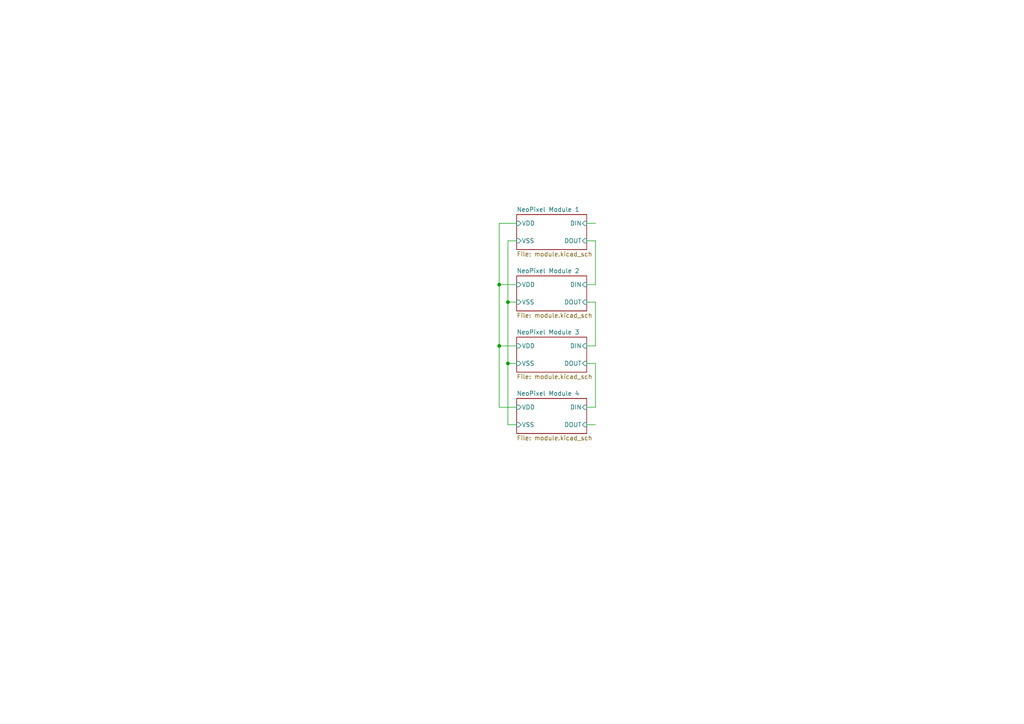
<source format=kicad_sch>
(kicad_sch (version 20221206) (generator eeschema)

  (uuid b1c0de69-93b4-4fb0-a86b-c0fd14a42cd2)

  (paper "A4")

  (lib_symbols
  )

  (junction (at 147.32 105.41) (diameter 0) (color 0 0 0 0)
    (uuid 189567d7-df88-45c7-bf71-f57c73bd97da)
  )
  (junction (at 147.32 87.63) (diameter 0) (color 0 0 0 0)
    (uuid 587facef-cc9f-4581-8c9d-b311d91f2658)
  )
  (junction (at 144.78 100.33) (diameter 0) (color 0 0 0 0)
    (uuid 64d49b6e-42ff-4d1d-8071-526a955c3c1d)
  )
  (junction (at 144.78 82.55) (diameter 0) (color 0 0 0 0)
    (uuid 67024324-fc48-41af-8bd9-ee73be14bf7a)
  )

  (wire (pts (xy 147.32 123.19) (xy 147.32 105.41))
    (stroke (width 0) (type default))
    (uuid 092b7a08-ef5a-420e-87b9-5f5c45ee45dd)
  )
  (wire (pts (xy 144.78 100.33) (xy 149.86 100.33))
    (stroke (width 0) (type default))
    (uuid 272947b1-7c3b-4133-9286-7ee4d756cfde)
  )
  (wire (pts (xy 172.72 100.33) (xy 170.18 100.33))
    (stroke (width 0) (type default))
    (uuid 31b19046-8ac0-4884-963f-4036b3dfb5b2)
  )
  (wire (pts (xy 149.86 123.19) (xy 147.32 123.19))
    (stroke (width 0) (type default))
    (uuid 35931c00-2a15-4012-ae1a-1f8b54edca06)
  )
  (wire (pts (xy 172.72 82.55) (xy 170.18 82.55))
    (stroke (width 0) (type default))
    (uuid 3b45de2a-9276-48a5-b4db-51185f07501a)
  )
  (wire (pts (xy 147.32 69.85) (xy 149.86 69.85))
    (stroke (width 0) (type default))
    (uuid 3cafa44b-3ddf-4021-816a-1997076ba380)
  )
  (wire (pts (xy 170.18 123.19) (xy 172.72 123.19))
    (stroke (width 0) (type default))
    (uuid 4805879f-cf47-4d15-bc02-a69c5f44e70c)
  )
  (wire (pts (xy 147.32 105.41) (xy 147.32 87.63))
    (stroke (width 0) (type default))
    (uuid 5b7a04b2-a8e0-4e38-8a78-d61640acc3ad)
  )
  (wire (pts (xy 170.18 69.85) (xy 172.72 69.85))
    (stroke (width 0) (type default))
    (uuid 657392cd-b74f-4fd1-8302-485b9b89e7a4)
  )
  (wire (pts (xy 172.72 87.63) (xy 172.72 100.33))
    (stroke (width 0) (type default))
    (uuid 720d0c77-6921-4fdd-8f8a-42784f5d0961)
  )
  (wire (pts (xy 172.72 69.85) (xy 172.72 82.55))
    (stroke (width 0) (type default))
    (uuid 7afc0539-4432-420b-82a3-32b9e8760eba)
  )
  (wire (pts (xy 170.18 105.41) (xy 172.72 105.41))
    (stroke (width 0) (type default))
    (uuid 7ca73de7-b9fd-43ca-b24d-822dcce2f802)
  )
  (wire (pts (xy 172.72 105.41) (xy 172.72 118.11))
    (stroke (width 0) (type default))
    (uuid 7e5eecb5-b092-4688-ab9f-edff3130bc3e)
  )
  (wire (pts (xy 144.78 82.55) (xy 144.78 100.33))
    (stroke (width 0) (type default))
    (uuid 806a97ed-354c-4755-80b2-6f7a008fb043)
  )
  (wire (pts (xy 147.32 105.41) (xy 149.86 105.41))
    (stroke (width 0) (type default))
    (uuid 8a8dbfb2-09e7-4e96-81df-10aaf5fd197a)
  )
  (wire (pts (xy 172.72 118.11) (xy 170.18 118.11))
    (stroke (width 0) (type default))
    (uuid 8c48b182-d678-49db-b3c2-f7b1aee4866e)
  )
  (wire (pts (xy 170.18 87.63) (xy 172.72 87.63))
    (stroke (width 0) (type default))
    (uuid 8fdda275-fda1-4a5e-9bc4-4e8a541efd0a)
  )
  (wire (pts (xy 170.18 64.77) (xy 172.72 64.77))
    (stroke (width 0) (type default))
    (uuid 98737121-009c-4c96-9372-4aa69c067b79)
  )
  (wire (pts (xy 144.78 64.77) (xy 144.78 82.55))
    (stroke (width 0) (type default))
    (uuid bde59d71-b415-414d-ab0d-0c7816dae681)
  )
  (wire (pts (xy 144.78 118.11) (xy 149.86 118.11))
    (stroke (width 0) (type default))
    (uuid db21aa89-7b96-47dd-a317-96b64af857b7)
  )
  (wire (pts (xy 144.78 100.33) (xy 144.78 118.11))
    (stroke (width 0) (type default))
    (uuid e2b0fd40-0629-4a85-8c8f-680d483b08ae)
  )
  (wire (pts (xy 149.86 64.77) (xy 144.78 64.77))
    (stroke (width 0) (type default))
    (uuid e6f20717-2702-4bb8-838d-0ccf3118aeaf)
  )
  (wire (pts (xy 147.32 87.63) (xy 147.32 69.85))
    (stroke (width 0) (type default))
    (uuid eb926676-1409-4975-bf97-accb5b2b824f)
  )
  (wire (pts (xy 144.78 82.55) (xy 149.86 82.55))
    (stroke (width 0) (type default))
    (uuid ef535141-a241-47f0-91da-995b50afa208)
  )
  (wire (pts (xy 147.32 87.63) (xy 149.86 87.63))
    (stroke (width 0) (type default))
    (uuid f0c8f285-7820-4a8b-8ddd-18735af97c7c)
  )

  (sheet (at 149.86 62.23) (size 20.32 10.16) (fields_autoplaced)
    (stroke (width 0.1524) (type solid))
    (fill (color 0 0 0 0.0000))
    (uuid 230538f3-492c-427d-be8c-24712d7dd50d)
    (property "Sheetname" "NeoPixel Module 1" (at 149.86 61.5184 0)
      (effects (font (size 1.27 1.27)) (justify left bottom))
    )
    (property "Sheetfile" "module.kicad_sch" (at 149.86 72.9746 0)
      (effects (font (size 1.27 1.27)) (justify left top))
    )
    (pin "DOUT" input (at 170.18 69.85 0)
      (effects (font (size 1.27 1.27)) (justify right))
      (uuid bbe02d60-4a7c-4e55-ad7c-45c97009a2a4)
    )
    (pin "VSS" input (at 149.86 69.85 180)
      (effects (font (size 1.27 1.27)) (justify left))
      (uuid 5ebcef10-f999-49bb-8b01-5eb43924abed)
    )
    (pin "DIN" input (at 170.18 64.77 0)
      (effects (font (size 1.27 1.27)) (justify right))
      (uuid 16dc8bc5-2def-441e-86b5-c3dd8d74b8b9)
    )
    (pin "VDD" input (at 149.86 64.77 180)
      (effects (font (size 1.27 1.27)) (justify left))
      (uuid e453851a-31f8-4019-b4f7-ae4f17bb7c33)
    )
    (instances
      (project "neopixel_adapter"
        (path "/b1c0de69-93b4-4fb0-a86b-c0fd14a42cd2" (page "2"))
      )
    )
  )

  (sheet (at 149.86 115.57) (size 20.32 10.16) (fields_autoplaced)
    (stroke (width 0.1524) (type solid))
    (fill (color 0 0 0 0.0000))
    (uuid 4deabb61-1047-4979-8e4d-734d79cafd61)
    (property "Sheetname" "NeoPixel Module 4" (at 149.86 114.8584 0)
      (effects (font (size 1.27 1.27)) (justify left bottom))
    )
    (property "Sheetfile" "module.kicad_sch" (at 149.86 126.3146 0)
      (effects (font (size 1.27 1.27)) (justify left top))
    )
    (pin "DOUT" input (at 170.18 123.19 0)
      (effects (font (size 1.27 1.27)) (justify right))
      (uuid b2a1773e-b578-4309-9eb4-b069535b1ee0)
    )
    (pin "VSS" input (at 149.86 123.19 180)
      (effects (font (size 1.27 1.27)) (justify left))
      (uuid 083f37bd-b09c-46ac-9d4b-efec0db9da0f)
    )
    (pin "DIN" input (at 170.18 118.11 0)
      (effects (font (size 1.27 1.27)) (justify right))
      (uuid 41d933c8-6f2c-4f70-8730-9289740a61e7)
    )
    (pin "VDD" input (at 149.86 118.11 180)
      (effects (font (size 1.27 1.27)) (justify left))
      (uuid 213a4ee6-a0d3-4d62-987a-367d3cf79fc8)
    )
    (instances
      (project "neopixel_adapter"
        (path "/b1c0de69-93b4-4fb0-a86b-c0fd14a42cd2" (page "5"))
      )
    )
  )

  (sheet (at 149.86 97.79) (size 20.32 10.16) (fields_autoplaced)
    (stroke (width 0.1524) (type solid))
    (fill (color 0 0 0 0.0000))
    (uuid 56685928-76ea-4bf0-a494-694314fb800d)
    (property "Sheetname" "NeoPixel Module 3" (at 149.86 97.0784 0)
      (effects (font (size 1.27 1.27)) (justify left bottom))
    )
    (property "Sheetfile" "module.kicad_sch" (at 149.86 108.5346 0)
      (effects (font (size 1.27 1.27)) (justify left top))
    )
    (pin "DOUT" input (at 170.18 105.41 0)
      (effects (font (size 1.27 1.27)) (justify right))
      (uuid 7cde870f-893f-4896-8733-430dbb5dd99f)
    )
    (pin "VSS" input (at 149.86 105.41 180)
      (effects (font (size 1.27 1.27)) (justify left))
      (uuid 76d76ea9-4e0e-421c-acc9-379e93ad4fff)
    )
    (pin "DIN" input (at 170.18 100.33 0)
      (effects (font (size 1.27 1.27)) (justify right))
      (uuid 73255fb9-95f2-45b1-86e1-2e64903c8ddd)
    )
    (pin "VDD" input (at 149.86 100.33 180)
      (effects (font (size 1.27 1.27)) (justify left))
      (uuid 3811f094-df9e-4404-afa9-e4990756961d)
    )
    (instances
      (project "neopixel_adapter"
        (path "/b1c0de69-93b4-4fb0-a86b-c0fd14a42cd2" (page "4"))
      )
    )
  )

  (sheet (at 149.86 80.01) (size 20.32 10.16) (fields_autoplaced)
    (stroke (width 0.1524) (type solid))
    (fill (color 0 0 0 0.0000))
    (uuid a8e8c7fe-a248-4537-8b81-ca4065f256d3)
    (property "Sheetname" "NeoPixel Module 2" (at 149.86 79.2984 0)
      (effects (font (size 1.27 1.27)) (justify left bottom))
    )
    (property "Sheetfile" "module.kicad_sch" (at 149.86 90.7546 0)
      (effects (font (size 1.27 1.27)) (justify left top))
    )
    (pin "DOUT" input (at 170.18 87.63 0)
      (effects (font (size 1.27 1.27)) (justify right))
      (uuid 0accb8a1-3ad7-4b6a-8345-b7ab1b1d1837)
    )
    (pin "VSS" input (at 149.86 87.63 180)
      (effects (font (size 1.27 1.27)) (justify left))
      (uuid af4bc39d-92cd-4538-9396-1c2d20cf90ac)
    )
    (pin "DIN" input (at 170.18 82.55 0)
      (effects (font (size 1.27 1.27)) (justify right))
      (uuid 5dc60d52-5e8a-431c-af79-b7fda38a8b7d)
    )
    (pin "VDD" input (at 149.86 82.55 180)
      (effects (font (size 1.27 1.27)) (justify left))
      (uuid 142936b8-f1a3-41bd-9293-75f45b0b7191)
    )
    (instances
      (project "neopixel_adapter"
        (path "/b1c0de69-93b4-4fb0-a86b-c0fd14a42cd2" (page "3"))
      )
    )
  )

  (sheet_instances
    (path "/" (page "1"))
  )
)

</source>
